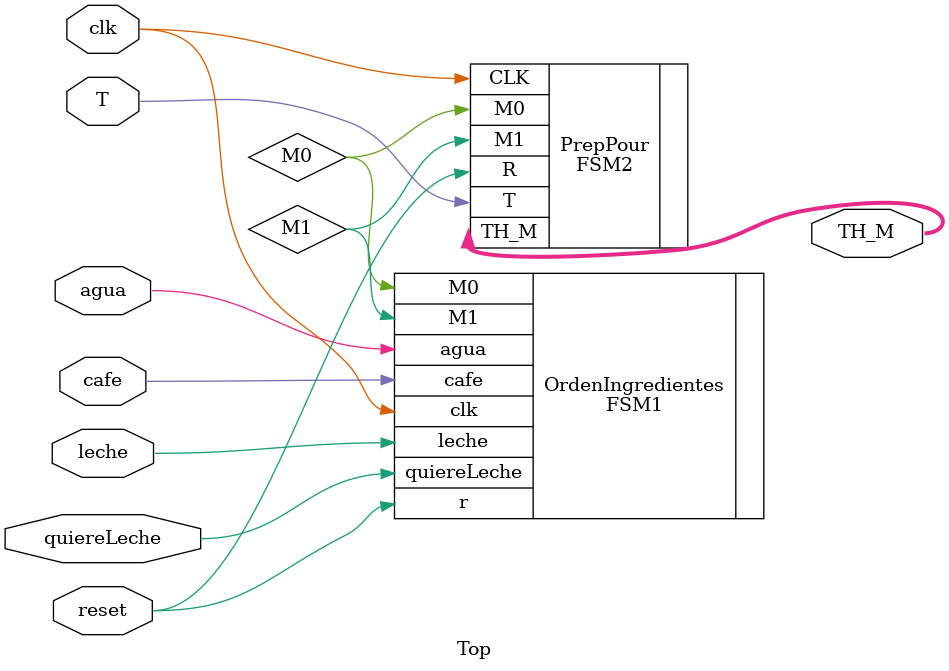
<source format=sv>
`timescale 1ns / 1ps

module Top(
    input logic clk,
    input logic reset, 
    input logic agua, cafe, leche, quiereLeche,
    input logic T, 
    output logic [2:0] TH_M);
    
    //Conexion entre FSM1 y FSM2
    logic M1, M0;
    
    typedef enum logic [2:0] {STANDBY, WORKING, POURINGCOFFEE, 
                              POURINGMILK, NEEDMILK, DONE, 
                              ENJOY} outtype;
    outtype TH;
    
    //FSM1: Genera outputs M1/M0
    FSM1 OrdenIngredientes (
        .clk(clk),
        .r(reset),
        .agua(agua), .cafe(cafe), .leche(leche), .quiereLeche(quiereLeche),
        .M0(M0), .M1(M1)
    );
    
    FSM2 PrepPour (
        .CLK(clk),
        .R(reset),
        .M1(M1), .M0(M0), .T(T),
        .TH_M(TH_M)
    );
    
    always_comb begin
        case(TH_M)
            3'b000: TH = STANDBY; 
            3'b001: TH = WORKING; 
            3'b010: TH = POURINGCOFFEE;
            3'b011: TH = POURINGMILK; 
            3'b100: TH = NEEDMILK; 
            3'b101: TH = DONE;
            3'b110: TH = ENJOY;
            default: TH = STANDBY;
         endcase
     end 
    
endmodule
</source>
